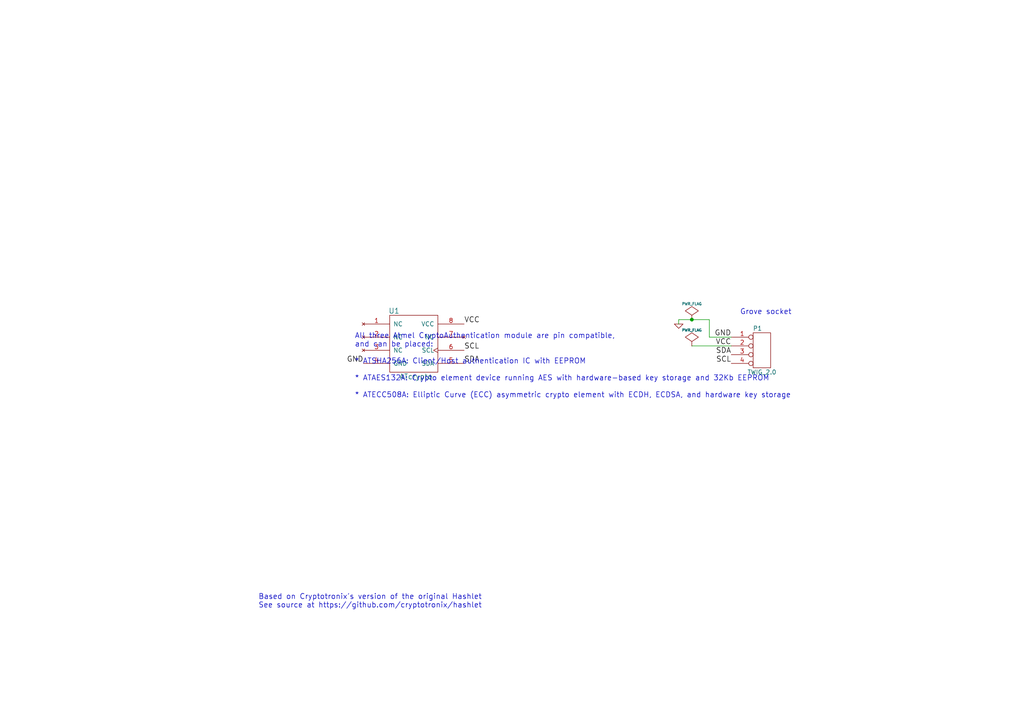
<source format=kicad_sch>
(kicad_sch (version 20230121) (generator eeschema)
  (paper "A4")
  (title_block (title "Hashlet for Grove") (date "15 aug 2015") (rev "1") (company "Gergely Imreh / Moonpunch") (comment 1 "CC-BY-SA 3.0"))
  (lib_symbols
    (symbol "crypto:ATSHA204A" (pin_names (offset 1.016))
      (property "Reference" "U" (at -7.62 8.89 0))
      (property "Value" "ATSHA204A" (at -1.27 -10.16 0))
      (symbol "ATSHA204A_0_1"
        (rectangle (start -8.89 7.62) (end 5.08 -8.89))
      )
      (symbol "ATSHA204A_1_1"
        (pin no_connect line (at -16.51 5.08 0) (length 7.62) (name "NC") (number "1"))
        (pin no_connect line (at -16.51 1.27 0) (length 7.62) (name "NC") (number "2"))
        (pin no_connect line (at -16.51 -2.54 0) (length 7.62) (name "NC") (number "3"))
        (pin power_in line (at -16.51 -6.35 0) (length 7.62) (name "GND") (number "4"))
        (pin bidirectional line (at 12.7 -6.35 180) (length 7.62) (name "SDA") (number "5"))
        (pin input clock (at 12.7 -2.54 180) (length 7.62) (name "SCL") (number "6"))
        (pin no_connect line (at 12.7 1.27 180) (length 7.62) (name "NC") (number "7"))
        (pin power_in line (at 12.7 5.08 180) (length 7.62) (name "VCC") (number "8"))
      )
    )
    (symbol "hashlet-grove-rescue:CONN_4" (pin_names (offset 1.016) hide)
      (property "Reference" "P" (at -1.27 0 90))
      (property "Value" "CONN_4" (at 1.27 0 90))
      (symbol "CONN_4_0_1"
        (rectangle (start -2.54 5.08) (end 2.54 -5.08))
      )
      (symbol "CONN_4_1_1"
        (pin passive inverted (at -8.89 3.81 0) (length 6.35) (name "P1") (number "1"))
        (pin passive inverted (at -8.89 1.27 0) (length 6.35) (name "P2") (number "2"))
        (pin passive inverted (at -8.89 -1.27 0) (length 6.35) (name "P3") (number "3"))
        (pin passive inverted (at -8.89 -3.81 0) (length 6.35) (name "P4") (number "4"))
      )
    )
    (symbol "hashlet-grove-rescue:GND" (power) (pin_names (offset 0))
      (symbol "GND_0_1"
        (polyline (pts (xy -1.27 0) (xy 0 -1.27) (xy 1.27 0) (xy -1.27 0)))
      )
      (symbol "GND_1_1"
        (pin power_in line (at 0 0 90) (length 0) hide (name "GND") (number "1"))
      )
    )
    (symbol "hashlet-grove-rescue:PWR_FLAG" (power) (pin_numbers hide) (pin_names (offset 0) hide)
      (property "Value" "PWR_FLAG" (at 0 4.572 0))
      (symbol "PWR_FLAG_0_0"
        (pin power_out line (at 0 0 90) (length 0) (name "pwr") (number "1"))
      )
      (symbol "PWR_FLAG_0_1"
        (polyline (pts (xy 0 0) (xy 0 1.27) (xy -1.905 2.54) (xy 0 3.81) (xy 1.905 2.54) (xy 0 1.27)))
      )
    )
  )
  (junction (at 200.66 92.71))
  (wire (pts (xy 200.66 92.71) (xy 205.74 92.71)))
  (wire (pts (xy 212.09 100.33) (xy 200.66 100.33)))
  (wire (pts (xy 205.74 97.79) (xy 212.09 97.79)))
  (wire (pts (xy 205.74 92.71) (xy 205.74 97.79)))
  (wire (pts (xy 196.85 92.71) (xy 200.66 92.71)))
  (wire (pts (xy 196.85 93.98) (xy 196.85 92.71)))
  (text "Based on Cryptotronix's version of the original Hashlet\nSee source at https://github.com/cryptotronix/hashlet" (at 74.93 176.53 0) (effects (font (size 1.524 1.524)) (justify left bottom)))
  (text "All three Atmel CryptoAuthentication module are pin compatible,\nand can be placed:\n\n* ATSHA256A: Client/Host authentication IC with EEPROM\n\n* ATAES132A: Crypto element device running AES with hardware-based key storage and 32Kb EEPROM\n\n* ATECC508A: Elliptic Curve (ECC) asymmetric crypto element with ECDH, ECDSA, and hardware key storage" (at 102.87 115.57 0) (effects (font (size 1.524 1.524)) (justify left bottom)))
  (text "Grove socket" (at 214.63 91.44 0) (effects (font (size 1.524 1.524)) (justify left bottom)))
  (label "GND" (at 105.41 105.41 180) (effects (font (size 1.524 1.524))))
  (label "SCL" (at 212.09 105.41 180) (effects (font (size 1.524 1.524))))
  (label "GND" (at 212.09 97.79 180) (effects (font (size 1.524 1.524))))
  (label "SDA" (at 212.09 102.87 180) (effects (font (size 1.524 1.524))))
  (label "VCC" (at 212.09 100.33 180) (effects (font (size 1.524 1.524))))
  (label "VCC" (at 134.62 93.98 0) (effects (font (size 1.524 1.524))))
  (label "SCL" (at 134.62 101.6 0) (effects (font (size 1.524 1.524))))
  (label "SDA" (at 134.62 105.41 0) (effects (font (size 1.524 1.524))))
  (symbol (lib_id "crypto:ATSHA204A") (at 121.92 99.06 0) (unit 1)
    (property "Reference" "U1" (at 114.3 90.17 0) (effects (font (size 1.524 1.524))))
    (property "Value" "ATcrypto" (at 120.65 109.22 0) (effects (font (size 1.524 1.524))))
    (property "Footprint" "so-8" (effects hide))
    (property "Datasheet" "http://www.atmel.com/products/security-ics/cryptoauthentication/default.aspx" (effects hide))
    (property "MFN" "Atmel" (effects hide))
    (property "MFPN" "ATSHA204A / ATAES132A / ATECC508A" (effects hide))
  )
  (symbol (lib_id "hashlet-grove-rescue:PWR_FLAG") (at 200.66 100.33 0) (unit 1)
    (property "Reference" "#FLG01" (effects hide))
    (property "Value" "PWR_FLAG" (at 200.66 95.758 0) (effects (font (size 0.762 0.762))))
  )
  (symbol (lib_id "hashlet-grove-rescue:GND") (at 196.85 93.98 0) (unit 1)
    (property "Reference" "#PWR02" (effects hide))
    (property "Value" "GND" (effects hide))
  )
  (symbol (lib_id "hashlet-grove-rescue:PWR_FLAG") (at 200.66 92.71 0) (unit 1)
    (property "Reference" "#FLG03" (effects hide))
    (property "Value" "PWR_FLAG" (at 200.66 88.138 0) (effects (font (size 0.762 0.762))))
  )
  (symbol (lib_id "hashlet-grove-rescue:CONN_4") (at 220.98 101.6 0) (unit 1)
    (property "Reference" "P1" (at 219.71 95.25 0))
    (property "Value" "TWIG_2.0" (at 220.98 107.95 0))
    (property "Footprint" "TWIG_2.0" (effects hide))
    (property "Datasheet" "http://www.seeedstudio.com/depot/images/opl/datasheet/3470130P1.pdf" (effects hide))
    (property "MFN" "Taifeng" (effects hide))
    (property "MFPN" "1125S-4P" (effects hide))
    (property "S1N" "Seeed" (effects hide))
    (property "S1PN" "320110033" (effects hide))
    (property "S1L" "http://www.seeedstudio.com/depot/index.php?main_page=opl_info&opl_id=4" (effects hide))
  )
)
</source>
